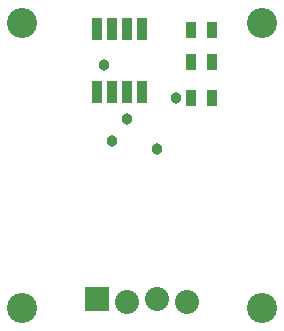
<source format=gts>
%FSLAX23Y23*%
%MOIN*%
G04 EasyPC Gerber Version 15.0.4 Build 3016 *
%ADD82R,0.03750X0.05324*%
%ADD81R,0.03750X0.07687*%
%ADD83R,0.08000X0.08000*%
%ADD85C,0.03800*%
%ADD84C,0.08000*%
%ADD80C,0.10061*%
X0Y0D02*
D02*
D80*
X101Y99D03*
Y1049D03*
X901Y99D03*
Y1049D03*
D02*
D81*
X350Y820D03*
Y1030D03*
X400Y820D03*
Y1030D03*
X450Y820D03*
Y1030D03*
X500Y820D03*
Y1030D03*
D02*
D82*
X665Y800D03*
Y920D03*
Y1025D03*
X735Y800D03*
Y920D03*
Y1025D03*
D02*
D83*
X350Y130D03*
D02*
D84*
X450Y120D03*
X550Y130D03*
X650Y120D03*
D02*
D85*
X375Y910D03*
X400Y655D03*
X450Y730D03*
X550Y630D03*
X615Y800D03*
X0Y0D02*
M02*

</source>
